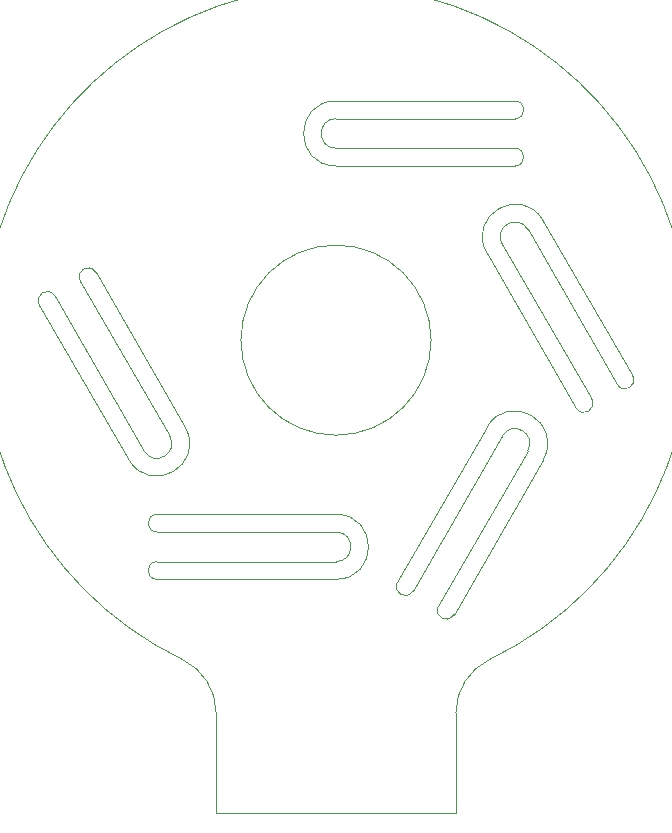
<source format=gbr>
%TF.GenerationSoftware,KiCad,Pcbnew,7.0.10-7.0.10~ubuntu20.04.1*%
%TF.CreationDate,2024-07-27T03:31:41+03:00*%
%TF.ProjectId,Prog,50726f67-2e6b-4696-9361-645f70636258,rev?*%
%TF.SameCoordinates,PX5f5e100PY5f5e100*%
%TF.FileFunction,Profile,NP*%
%FSLAX46Y46*%
G04 Gerber Fmt 4.6, Leading zero omitted, Abs format (unit mm)*
G04 Created by KiCad (PCBNEW 7.0.10-7.0.10~ubuntu20.04.1) date 2024-07-27 03:31:41*
%MOMM*%
%LPD*%
G01*
G04 APERTURE LIST*
%TA.AperFunction,Profile*%
%ADD10C,0.100000*%
%TD*%
G04 APERTURE END LIST*
D10*
X0Y-16250000D02*
X-15155445Y-16250000D01*
X0Y-40000000D02*
X10150000Y-40000000D01*
X0Y16250000D02*
X15155445Y16250000D01*
X0Y20250000D02*
X15155445Y20250000D01*
X-15155445Y-14750000D02*
G75*
G03*
X-15155445Y-16250000I45J-750000D01*
G01*
X17537097Y10125048D02*
G75*
G03*
X12773876Y7375000I-2381597J-1375048D01*
G01*
X17537014Y-10125000D02*
X9959292Y-23250000D01*
X14072913Y-8125000D02*
X6495191Y-21250000D01*
X-12773875Y-7375000D02*
X-20351597Y5750000D01*
X15155445Y14750000D02*
G75*
G03*
X15155445Y16250000I-45J750000D01*
G01*
X12985718Y-27043885D02*
G75*
G03*
X10150000Y-31551189I2164282J-4507315D01*
G01*
X-23815672Y3750015D02*
G75*
G03*
X-25114737Y3000000I-649528J-375015D01*
G01*
X16237996Y-9375011D02*
G75*
G03*
X14072913Y-8125000I-1082596J624911D01*
G01*
X14072913Y8125000D02*
X21650635Y-5000000D01*
X-16238059Y-9375048D02*
G75*
G03*
X-14072914Y-8125000I1082559J625048D01*
G01*
X0Y-18750000D02*
X-15155445Y-18750000D01*
X-17537097Y-10125048D02*
G75*
G03*
X-12773876Y-7375000I2381597J1375048D01*
G01*
X15155445Y18750000D02*
G75*
G03*
X15155445Y20250000I-45J750000D01*
G01*
X0Y18750000D02*
G75*
G03*
X0Y16250000I0J-1250000D01*
G01*
X0Y-14750000D02*
X-15155445Y-14750000D01*
X16237976Y9375000D02*
X23815699Y-3750000D01*
X-17537014Y-10125000D02*
X-25114737Y3000000D01*
X-20351574Y5750013D02*
G75*
G03*
X-21650634Y5000000I-649526J-375013D01*
G01*
X-10149990Y-31551189D02*
G75*
G03*
X-12985714Y-27043876I-5000010J-11D01*
G01*
X0Y-20250000D02*
G75*
G03*
X0Y-14750000I0J2750000D01*
G01*
X17537014Y10125000D02*
X25114737Y-3000000D01*
X-10150000Y-40000000D02*
X0Y-40000000D01*
X8050000Y0D02*
G75*
G03*
X-8050000Y0I-8050000J0D01*
G01*
X-8050000Y0D02*
G75*
G03*
X8050000Y0I8050000J0D01*
G01*
X0Y20250000D02*
G75*
G03*
X0Y14750000I0J-2750000D01*
G01*
X-14072913Y-8125000D02*
X-21650635Y5000000D01*
X5196195Y-20500025D02*
G75*
G03*
X6495190Y-21250000I649505J-374975D01*
G01*
X23815672Y-3750015D02*
G75*
G03*
X25114737Y-3000000I649528J375015D01*
G01*
X10150000Y-40000000D02*
X10150000Y-31551189D01*
X8660295Y-22500024D02*
G75*
G03*
X9959292Y-23250000I649505J-374976D01*
G01*
X20351574Y-5750013D02*
G75*
G03*
X21650634Y-5000000I649526J375013D01*
G01*
X12773875Y7375000D02*
X20351597Y-5750000D01*
X16238059Y9375048D02*
G75*
G03*
X14072914Y8125000I-1082559J-625048D01*
G01*
X12773875Y-7375000D02*
X5196152Y-20500000D01*
X16237976Y-9375000D02*
X8660254Y-22500000D01*
X-16237976Y-9375000D02*
X-23815699Y3750000D01*
X0Y14750000D02*
X15155445Y14750000D01*
X0Y-20250000D02*
X-15155445Y-20250000D01*
X-15155445Y-18750000D02*
G75*
G03*
X-15155445Y-20250000I45J-750000D01*
G01*
X-10150000Y-31551189D02*
X-10150000Y-40000000D01*
X12985714Y-27043875D02*
G75*
G03*
X-12985714Y-27043875I-12985714J27043875D01*
G01*
X17537034Y-10125011D02*
G75*
G03*
X12773875Y-7375000I-2381634J1374911D01*
G01*
X0Y18750000D02*
X15155445Y18750000D01*
X0Y-18750000D02*
G75*
G03*
X0Y-16250000I0J1250000D01*
G01*
M02*

</source>
